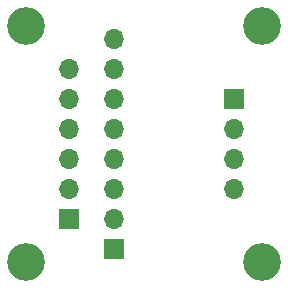
<source format=gbr>
%TF.GenerationSoftware,KiCad,Pcbnew,(6.0.5)*%
%TF.CreationDate,2022-10-07T13:32:44+01:00*%
%TF.ProjectId,IBBC_0001,49424243-5f30-4303-9031-2e6b69636164,rev?*%
%TF.SameCoordinates,Original*%
%TF.FileFunction,Soldermask,Bot*%
%TF.FilePolarity,Negative*%
%FSLAX46Y46*%
G04 Gerber Fmt 4.6, Leading zero omitted, Abs format (unit mm)*
G04 Created by KiCad (PCBNEW (6.0.5)) date 2022-10-07 13:32:44*
%MOMM*%
%LPD*%
G01*
G04 APERTURE LIST*
%ADD10C,3.200000*%
%ADD11R,1.700000X1.700000*%
%ADD12O,1.700000X1.700000*%
G04 APERTURE END LIST*
D10*
%TO.C,REF\u002A\u002A*%
X-10000000Y-10000000D03*
%TD*%
%TO.C,REF\u002A\u002A*%
X-10000000Y10000000D03*
%TD*%
%TO.C,REF\u002A\u002A*%
X10000000Y10000000D03*
%TD*%
%TO.C,REF\u002A\u002A*%
X10000000Y-10000000D03*
%TD*%
D11*
%TO.C,J4*%
X7620000Y3800000D03*
D12*
X7620000Y1260000D03*
X7620000Y-1280000D03*
X7620000Y-3820000D03*
%TD*%
D11*
%TO.C,J3*%
X-6350000Y-6350000D03*
D12*
X-6350000Y-3810000D03*
X-6350000Y-1270000D03*
X-6350000Y1270000D03*
X-6350000Y3810000D03*
X-6350000Y6350000D03*
%TD*%
D11*
%TO.C,J2*%
X-2540000Y-8875000D03*
D12*
X-2540000Y-6335000D03*
X-2540000Y-3795000D03*
X-2540000Y-1255000D03*
X-2540000Y1285000D03*
X-2540000Y3825000D03*
X-2540000Y6365000D03*
X-2540000Y8905000D03*
%TD*%
M02*

</source>
